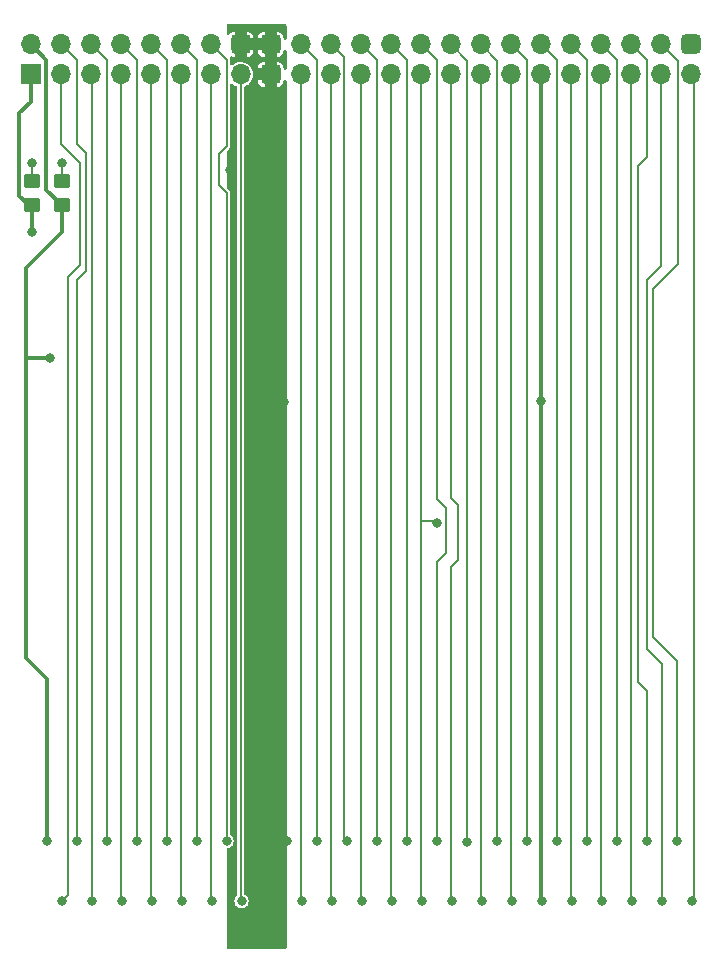
<source format=gbr>
%TF.GenerationSoftware,KiCad,Pcbnew,(6.0.9)*%
%TF.CreationDate,2022-12-02T14:08:30-06:00*%
%TF.ProjectId,Game Gear Breakout,47616d65-2047-4656-9172-20427265616b,rev?*%
%TF.SameCoordinates,Original*%
%TF.FileFunction,Copper,L2,Bot*%
%TF.FilePolarity,Positive*%
%FSLAX46Y46*%
G04 Gerber Fmt 4.6, Leading zero omitted, Abs format (unit mm)*
G04 Created by KiCad (PCBNEW (6.0.9)) date 2022-12-02 14:08:30*
%MOMM*%
%LPD*%
G01*
G04 APERTURE LIST*
G04 Aperture macros list*
%AMRoundRect*
0 Rectangle with rounded corners*
0 $1 Rounding radius*
0 $2 $3 $4 $5 $6 $7 $8 $9 X,Y pos of 4 corners*
0 Add a 4 corners polygon primitive as box body*
4,1,4,$2,$3,$4,$5,$6,$7,$8,$9,$2,$3,0*
0 Add four circle primitives for the rounded corners*
1,1,$1+$1,$2,$3*
1,1,$1+$1,$4,$5*
1,1,$1+$1,$6,$7*
1,1,$1+$1,$8,$9*
0 Add four rect primitives between the rounded corners*
20,1,$1+$1,$2,$3,$4,$5,0*
20,1,$1+$1,$4,$5,$6,$7,0*
20,1,$1+$1,$6,$7,$8,$9,0*
20,1,$1+$1,$8,$9,$2,$3,0*%
G04 Aperture macros list end*
%TA.AperFunction,ComponentPad*%
%ADD10R,1.700000X1.700000*%
%TD*%
%TA.AperFunction,ComponentPad*%
%ADD11O,1.700000X1.700000*%
%TD*%
%TA.AperFunction,ComponentPad*%
%ADD12RoundRect,0.425000X0.425000X-0.425000X0.425000X0.425000X-0.425000X0.425000X-0.425000X-0.425000X0*%
%TD*%
%TA.AperFunction,SMDPad,CuDef*%
%ADD13RoundRect,0.250000X0.450000X-0.350000X0.450000X0.350000X-0.450000X0.350000X-0.450000X-0.350000X0*%
%TD*%
%TA.AperFunction,ViaPad*%
%ADD14C,0.800000*%
%TD*%
%TA.AperFunction,Conductor*%
%ADD15C,0.304800*%
%TD*%
%TA.AperFunction,Conductor*%
%ADD16C,0.203200*%
%TD*%
G04 APERTURE END LIST*
D10*
%TO.P,J2,1,Pin_1*%
%TO.N,/+34V*%
X134742699Y-59451899D03*
D11*
%TO.P,J2,2,Pin_2*%
%TO.N,+5V*%
X134742699Y-56911899D03*
%TO.P,J2,3,Pin_3*%
%TO.N,/~{WR}*%
X137282699Y-59451899D03*
%TO.P,J2,4,Pin_4*%
%TO.N,/A12*%
X137282699Y-56911899D03*
%TO.P,J2,5,Pin_5*%
%TO.N,/A7*%
X139822699Y-59451899D03*
%TO.P,J2,6,Pin_6*%
%TO.N,/A6*%
X139822699Y-56911899D03*
%TO.P,J2,7,Pin_7*%
%TO.N,/A5*%
X142362699Y-59451899D03*
%TO.P,J2,8,Pin_8*%
%TO.N,/A4*%
X142362699Y-56911899D03*
%TO.P,J2,9,Pin_9*%
%TO.N,/A3*%
X144902699Y-59451899D03*
%TO.P,J2,10,Pin_10*%
%TO.N,/A2*%
X144902699Y-56911899D03*
%TO.P,J2,11,Pin_11*%
%TO.N,/A1*%
X147442699Y-59451899D03*
%TO.P,J2,12,Pin_12*%
%TO.N,/A0*%
X147442699Y-56911899D03*
%TO.P,J2,13,Pin_13*%
%TO.N,/D0*%
X149982699Y-59451899D03*
%TO.P,J2,14,Pin_14*%
%TO.N,/D1*%
X149982699Y-56911899D03*
%TO.P,J2,15,Pin_15*%
%TO.N,/D2*%
X152522699Y-59451899D03*
D12*
%TO.P,J2,16,Pin_16*%
%TO.N,GND*%
X152522699Y-56911899D03*
%TO.P,J2,17,Pin_17*%
X155062699Y-59451899D03*
%TO.P,J2,18,Pin_18*%
X155062699Y-56911899D03*
D11*
%TO.P,J2,19,Pin_19*%
%TO.N,/D3*%
X157602699Y-59451899D03*
%TO.P,J2,20,Pin_20*%
%TO.N,/D4*%
X157602699Y-56911899D03*
%TO.P,J2,21,Pin_21*%
%TO.N,/D5*%
X160142699Y-59451899D03*
%TO.P,J2,22,Pin_22*%
%TO.N,/D6*%
X160142699Y-56911899D03*
%TO.P,J2,23,Pin_23*%
%TO.N,/D7*%
X162682699Y-59451899D03*
%TO.P,J2,24,Pin_24*%
%TO.N,/~{CE}*%
X162682699Y-56911899D03*
%TO.P,J2,25,Pin_25*%
%TO.N,/A10*%
X165222699Y-59451899D03*
%TO.P,J2,26,Pin_26*%
%TO.N,/~{RD}*%
X165222699Y-56911899D03*
%TO.P,J2,27,Pin_27*%
%TO.N,/~{M0-7}*%
X167762699Y-59451899D03*
%TO.P,J2,28,Pin_28*%
%TO.N,/A15*%
X167762699Y-56911899D03*
%TO.P,J2,29,Pin_29*%
%TO.N,/A11*%
X170302699Y-59451899D03*
%TO.P,J2,30,Pin_30*%
%TO.N,/A9*%
X170302699Y-56911899D03*
%TO.P,J2,31,Pin_31*%
%TO.N,/A8*%
X172842699Y-59451899D03*
%TO.P,J2,32,Pin_32*%
%TO.N,/A13*%
X172842699Y-56911899D03*
%TO.P,J2,33,Pin_33*%
%TO.N,/A14*%
X175382699Y-59451899D03*
%TO.P,J2,34,Pin_34*%
%TO.N,/~{M8-B}*%
X175382699Y-56911899D03*
%TO.P,J2,35,Pin_35*%
%TO.N,+5V*%
X177922699Y-59451899D03*
%TO.P,J2,36,Pin_36*%
%TO.N,/~{M1}*%
X177922699Y-56911899D03*
%TO.P,J2,37,Pin_37*%
%TO.N,/~{IOReg}*%
X180462699Y-59451899D03*
%TO.P,J2,38,Pin_38*%
%TO.N,/~{Refresh}*%
X180462699Y-56911899D03*
%TO.P,J2,39,Pin_39*%
%TO.N,/~{RESET}*%
X183002699Y-59451899D03*
%TO.P,J2,40,Pin_40*%
%TO.N,/Clock*%
X183002699Y-56911899D03*
%TO.P,J2,41,Pin_41*%
%TO.N,/Pin 41*%
X185542699Y-59451899D03*
%TO.P,J2,42,Pin_42*%
%TO.N,/~{GG}*%
X185542699Y-56911899D03*
%TO.P,J2,43,Pin_43*%
%TO.N,/~{TV}*%
X188082699Y-59451899D03*
%TO.P,J2,44,Pin_44*%
%TO.N,/TV_R*%
X188082699Y-56911899D03*
%TO.P,J2,45,Pin_45*%
%TO.N,/TV_L*%
X190622699Y-59451899D03*
D12*
%TO.P,J2,46,Pin_46*%
%TO.N,GND*%
X190622699Y-56911899D03*
%TD*%
D13*
%TO.P,R2,1*%
%TO.N,/+34V*%
X134823699Y-70517399D03*
%TO.P,R2,2*%
%TO.N,Net-(D2-Pad2)*%
X134823699Y-68517399D03*
%TD*%
%TO.P,R1,1*%
%TO.N,+5V*%
X137363699Y-70517399D03*
%TO.P,R1,2*%
%TO.N,Net-(D1-Pad2)*%
X137363699Y-68517399D03*
%TD*%
D14*
%TO.N,+5V*%
X136093699Y-124358899D03*
X136347699Y-83464899D03*
X177922699Y-87101899D03*
X178003699Y-129438899D03*
%TO.N,GND*%
X156413699Y-124358899D03*
X156159699Y-87147899D03*
X151663400Y-67513200D03*
X155143699Y-129438899D03*
X153619699Y-71018899D03*
X153873699Y-124358899D03*
X154889699Y-87147899D03*
X154635699Y-71018899D03*
X155651699Y-71018899D03*
X153619699Y-87147899D03*
%TO.N,Net-(D1-Pad2)*%
X137363699Y-66954899D03*
%TO.N,Net-(D2-Pad2)*%
X134823699Y-66954899D03*
%TO.N,/+34V*%
X134823699Y-72796899D03*
%TO.N,/~{WR}*%
X137363699Y-129438899D03*
%TO.N,/A12*%
X138633699Y-124358899D03*
%TO.N,/A7*%
X139903699Y-129438899D03*
%TO.N,/A6*%
X141173699Y-124358899D03*
%TO.N,/A5*%
X142443699Y-129438899D03*
%TO.N,/A4*%
X143713699Y-124358899D03*
%TO.N,/A3*%
X144983699Y-129438899D03*
%TO.N,/A2*%
X146253699Y-124358899D03*
%TO.N,/A1*%
X147523699Y-129438899D03*
%TO.N,/A0*%
X148793699Y-124358899D03*
%TO.N,/D0*%
X150063699Y-129438899D03*
%TO.N,/D1*%
X151333699Y-124358899D03*
%TO.N,/D2*%
X152603699Y-129438899D03*
%TO.N,/D3*%
X157683699Y-129438899D03*
%TO.N,/D4*%
X158953699Y-124358899D03*
%TO.N,/D5*%
X160223699Y-129438899D03*
%TO.N,/D6*%
X161493699Y-124358899D03*
%TO.N,/D7*%
X162763699Y-129438899D03*
%TO.N,/~{CE}*%
X164033699Y-124358899D03*
%TO.N,/A10*%
X165303699Y-129438899D03*
%TO.N,/~{RD}*%
X166573699Y-124358899D03*
%TO.N,/~{M0-7}*%
X169113699Y-97434899D03*
X167843699Y-129438899D03*
%TO.N,/A15*%
X169113699Y-124358899D03*
%TO.N,/A11*%
X170383699Y-129438899D03*
%TO.N,/A9*%
X171694601Y-124411972D03*
%TO.N,/A8*%
X172923699Y-129438899D03*
%TO.N,/A13*%
X174237553Y-124386714D03*
%TO.N,/A14*%
X175463699Y-129438899D03*
%TO.N,/~{M8-B}*%
X176733699Y-124358899D03*
%TO.N,/~{M1}*%
X179273699Y-124358899D03*
%TO.N,/~{IOReg}*%
X180543699Y-129438899D03*
%TO.N,/~{Refresh}*%
X181813699Y-124358899D03*
%TO.N,/~{RESET}*%
X183083699Y-129438899D03*
%TO.N,/Clock*%
X184353699Y-124358899D03*
%TO.N,/~{GG}*%
X186893699Y-124358899D03*
%TO.N,/~{TV}*%
X188163699Y-129438899D03*
%TO.N,/TV_R*%
X189433699Y-124358899D03*
%TO.N,/TV_L*%
X190703699Y-129438899D03*
%TO.N,/Pin 41*%
X185623699Y-129438899D03*
%TD*%
D15*
%TO.N,+5V*%
X134742699Y-56911899D02*
X136077099Y-58246299D01*
X136077099Y-69230799D02*
X137363699Y-70517399D01*
X134315699Y-108864899D02*
X134315699Y-83464899D01*
X134315699Y-83464899D02*
X134315699Y-75844899D01*
X136093699Y-124358899D02*
X136093699Y-110642899D01*
X137363699Y-72796899D02*
X134315699Y-75844899D01*
X177922699Y-87101899D02*
X177922699Y-59451899D01*
X136347699Y-83464899D02*
X134315699Y-83464899D01*
X178003699Y-129438899D02*
X177922699Y-129357899D01*
X136077099Y-58246299D02*
X136077099Y-69230799D01*
X177922699Y-129357899D02*
X177922699Y-87101899D01*
X137363699Y-70517399D02*
X137363699Y-72796899D01*
X136093699Y-110642899D02*
X134315699Y-108864899D01*
D16*
%TO.N,Net-(D1-Pad2)*%
X137363699Y-68517399D02*
X137363699Y-66954899D01*
%TO.N,Net-(D2-Pad2)*%
X134823699Y-66954899D02*
X134823699Y-68517399D01*
D15*
%TO.N,/+34V*%
X133756400Y-62738000D02*
X133756400Y-65494800D01*
X134742699Y-59451899D02*
X134742699Y-61751701D01*
X134823699Y-72796899D02*
X134823699Y-70517399D01*
X134742699Y-61751701D02*
X133756400Y-62738000D01*
X133768099Y-69709299D02*
X133768099Y-65506499D01*
X134576199Y-70517399D02*
X133768099Y-69709299D01*
X133756400Y-65494800D02*
X133768099Y-65506499D01*
D16*
%TO.N,/~{WR}*%
X138887699Y-66954899D02*
X137282699Y-65349899D01*
X137363699Y-129438899D02*
X137915066Y-128887532D01*
X137282699Y-65349899D02*
X137282699Y-59451899D01*
X137915066Y-128887532D02*
X137915066Y-76563532D01*
X138887699Y-75590899D02*
X138887699Y-66954899D01*
X137915066Y-76563532D02*
X138887699Y-75590899D01*
%TO.N,/A12*%
X138633699Y-76860899D02*
X138633699Y-124358899D01*
X138633699Y-65380711D02*
X139395699Y-66142711D01*
X139395699Y-76098899D02*
X138633699Y-76860899D01*
X137282699Y-56911899D02*
X138633699Y-58262899D01*
X139395699Y-66142711D02*
X139395699Y-76098899D01*
X138633699Y-58262899D02*
X138633699Y-65380711D01*
%TO.N,/A7*%
X139903699Y-129438899D02*
X139903699Y-59532899D01*
%TO.N,/A6*%
X141173699Y-124358899D02*
X141173699Y-58262899D01*
X139822699Y-56911899D02*
X141173699Y-58262899D01*
%TO.N,/A5*%
X142362699Y-129357899D02*
X142443699Y-129438899D01*
X142362699Y-59451899D02*
X142362699Y-129357899D01*
%TO.N,/A4*%
X143713699Y-124358899D02*
X143713699Y-58262899D01*
X143713699Y-58262899D02*
X142362699Y-56911899D01*
%TO.N,/A3*%
X144983699Y-129438899D02*
X144902699Y-129357899D01*
X144902699Y-129357899D02*
X144902699Y-59451899D01*
%TO.N,/A2*%
X146253699Y-58262899D02*
X144902699Y-56911899D01*
X146253699Y-124358899D02*
X146253699Y-58262899D01*
%TO.N,/A1*%
X147523699Y-129438899D02*
X147442699Y-129357899D01*
X147442699Y-129357899D02*
X147442699Y-59451899D01*
%TO.N,/A0*%
X148793699Y-124358899D02*
X148793699Y-58262899D01*
X148793699Y-58262899D02*
X147442699Y-56911899D01*
%TO.N,/D0*%
X150063699Y-129438899D02*
X149982699Y-129357899D01*
X149982699Y-129357899D02*
X149982699Y-59451899D01*
%TO.N,/D1*%
X151333699Y-124358899D02*
X151333699Y-69469499D01*
X151333699Y-69469499D02*
X150672800Y-68808600D01*
X151333699Y-65506101D02*
X151333699Y-58262899D01*
X150672800Y-68808600D02*
X150672800Y-66167000D01*
X150672800Y-66167000D02*
X151333699Y-65506101D01*
X151333699Y-58262899D02*
X149982699Y-56911899D01*
%TO.N,/D2*%
X152522699Y-129357899D02*
X152522699Y-59451899D01*
X152603699Y-129438899D02*
X152522699Y-129357899D01*
%TO.N,/D3*%
X157683699Y-129438899D02*
X157602699Y-129357899D01*
X157602699Y-129357899D02*
X157602699Y-59451899D01*
%TO.N,/D4*%
X158953699Y-124358899D02*
X158953699Y-58262899D01*
X158953699Y-58262899D02*
X157602699Y-56911899D01*
%TO.N,/D5*%
X160223699Y-129438899D02*
X160142699Y-129357899D01*
X160142699Y-129357899D02*
X160142699Y-59451899D01*
%TO.N,/D6*%
X161246699Y-124111899D02*
X161246699Y-58015899D01*
X161493699Y-124358899D02*
X161246699Y-124111899D01*
X161246699Y-58015899D02*
X160142699Y-56911899D01*
%TO.N,/D7*%
X162763699Y-129438899D02*
X162682699Y-129357899D01*
X162682699Y-129357899D02*
X162682699Y-59451899D01*
%TO.N,/~{CE}*%
X164033699Y-58262899D02*
X162682699Y-56911899D01*
X164033699Y-124358899D02*
X164033699Y-58262899D01*
%TO.N,/A10*%
X165303699Y-129438899D02*
X165222699Y-129357899D01*
X165222699Y-129357899D02*
X165222699Y-59451899D01*
%TO.N,/~{RD}*%
X166573699Y-124358899D02*
X166573699Y-58262899D01*
X166573699Y-58262899D02*
X165222699Y-56911899D01*
%TO.N,/~{M0-7}*%
X168940699Y-97261899D02*
X167762699Y-97261899D01*
X167762699Y-97261899D02*
X167762699Y-59451899D01*
X167762699Y-129357899D02*
X167762699Y-97515899D01*
X169113699Y-97434899D02*
X168940699Y-97261899D01*
X167762699Y-97515899D02*
X167762699Y-97261899D01*
X167843699Y-129438899D02*
X167762699Y-129357899D01*
%TO.N,/A15*%
X169113699Y-124358899D02*
X169113699Y-100736899D01*
X169113699Y-95402899D02*
X169113699Y-58262899D01*
X169113699Y-58262899D02*
X167762699Y-56911899D01*
X169875699Y-96164899D02*
X169113699Y-95402899D01*
X169875699Y-99974899D02*
X169875699Y-96164899D01*
X169113699Y-100736899D02*
X169875699Y-99974899D01*
%TO.N,/A11*%
X170302699Y-129357899D02*
X170302699Y-101163899D01*
X170302699Y-101163899D02*
X170891699Y-100574899D01*
X170891699Y-95910899D02*
X170302699Y-95321899D01*
X170891699Y-100574899D02*
X170891699Y-95910899D01*
X170302699Y-95321899D02*
X170302699Y-59451899D01*
X170383699Y-129438899D02*
X170302699Y-129357899D01*
%TO.N,/A9*%
X171694601Y-58303801D02*
X170302699Y-56911899D01*
X171694601Y-124411972D02*
X171694601Y-58303801D01*
%TO.N,/A8*%
X172923699Y-129438899D02*
X172842699Y-129357899D01*
X172842699Y-129357899D02*
X172842699Y-59451899D01*
%TO.N,/A13*%
X174237553Y-58306753D02*
X172842699Y-56911899D01*
X174237553Y-124386714D02*
X174237553Y-58306753D01*
%TO.N,/A14*%
X175382699Y-129357899D02*
X175382699Y-59451899D01*
X175463699Y-129438899D02*
X175382699Y-129357899D01*
%TO.N,/~{M8-B}*%
X176733699Y-58262899D02*
X175382699Y-56911899D01*
X176733699Y-124358899D02*
X176733699Y-58262899D01*
%TO.N,/~{M1}*%
X179273699Y-58262899D02*
X177922699Y-56911899D01*
X179273699Y-124358899D02*
X179273699Y-58262899D01*
%TO.N,/~{IOReg}*%
X180543699Y-129438899D02*
X180462699Y-129357899D01*
X180462699Y-129357899D02*
X180462699Y-59451899D01*
%TO.N,/~{Refresh}*%
X181813699Y-58262899D02*
X180462699Y-56911899D01*
X181813699Y-124358899D02*
X181813699Y-58262899D01*
%TO.N,/~{RESET}*%
X183083699Y-129438899D02*
X183002699Y-129357899D01*
X183002699Y-129357899D02*
X183002699Y-59451899D01*
%TO.N,/Clock*%
X184353699Y-58262899D02*
X183002699Y-56911899D01*
X184353699Y-124358899D02*
X184353699Y-58262899D01*
%TO.N,/~{GG}*%
X186893699Y-66446899D02*
X186893699Y-58262899D01*
X186131699Y-110896899D02*
X186131699Y-67208899D01*
X186131699Y-67208899D02*
X186893699Y-66446899D01*
X186893699Y-111658899D02*
X186131699Y-110896899D01*
X186893699Y-58262899D02*
X185542699Y-56911899D01*
X186893699Y-124358899D02*
X186893699Y-111658899D01*
%TO.N,/~{TV}*%
X186893699Y-108102899D02*
X186893699Y-76860899D01*
X188082699Y-75671899D02*
X188082699Y-59451899D01*
X186893699Y-76860899D02*
X188082699Y-75671899D01*
X188163699Y-129438899D02*
X188163699Y-109372899D01*
X188163699Y-109372899D02*
X186893699Y-108102899D01*
%TO.N,/TV_R*%
X189433699Y-124358899D02*
X189433699Y-109118899D01*
X187401699Y-77622899D02*
X189518699Y-75505899D01*
X189518699Y-75505899D02*
X189518699Y-58347899D01*
X189433699Y-109118899D02*
X187401699Y-107086899D01*
X189518699Y-58347899D02*
X188082699Y-56911899D01*
X187401699Y-107086899D02*
X187401699Y-77622899D01*
%TO.N,/TV_L*%
X190939300Y-129203298D02*
X190939300Y-59768500D01*
X190703699Y-129438899D02*
X190939300Y-129203298D01*
%TO.N,/Pin 41*%
X185623699Y-129438899D02*
X185542699Y-129357899D01*
X185542699Y-129357899D02*
X185542699Y-59451899D01*
%TD*%
%TA.AperFunction,Conductor*%
%TO.N,GND*%
G36*
X156355820Y-55222051D02*
G01*
X156402313Y-55275707D01*
X156413699Y-55328049D01*
X156413699Y-56372430D01*
X156393697Y-56440551D01*
X156340041Y-56487044D01*
X156269767Y-56497148D01*
X156205187Y-56467654D01*
X156166803Y-56407928D01*
X156162227Y-56383957D01*
X156160844Y-56368904D01*
X156158235Y-56355876D01*
X156113359Y-56212679D01*
X156107151Y-56198929D01*
X156029889Y-56071355D01*
X156020576Y-56059478D01*
X155915120Y-55954022D01*
X155903243Y-55944709D01*
X155775669Y-55867447D01*
X155761919Y-55861239D01*
X155618728Y-55816365D01*
X155605685Y-55813753D01*
X155588738Y-55812196D01*
X155573864Y-55815117D01*
X155570699Y-55827013D01*
X155570699Y-57995144D01*
X155574970Y-58009689D01*
X155587103Y-58011752D01*
X155605694Y-58010044D01*
X155618722Y-58007435D01*
X155761919Y-57962559D01*
X155775669Y-57956351D01*
X155903243Y-57879089D01*
X155915120Y-57869776D01*
X156020576Y-57764320D01*
X156029889Y-57752443D01*
X156107151Y-57624869D01*
X156113359Y-57611119D01*
X156158233Y-57467929D01*
X156160845Y-57454884D01*
X156162228Y-57439834D01*
X156188379Y-57373829D01*
X156246063Y-57332441D01*
X156316967Y-57328809D01*
X156378578Y-57364088D01*
X156411336Y-57427076D01*
X156413699Y-57451363D01*
X156413699Y-58912430D01*
X156393697Y-58980551D01*
X156340041Y-59027044D01*
X156269767Y-59037148D01*
X156205187Y-59007654D01*
X156166803Y-58947928D01*
X156162227Y-58923957D01*
X156160844Y-58908904D01*
X156158235Y-58895876D01*
X156113359Y-58752679D01*
X156107151Y-58738929D01*
X156029889Y-58611355D01*
X156020576Y-58599478D01*
X155915120Y-58494022D01*
X155903243Y-58484709D01*
X155775669Y-58407447D01*
X155761919Y-58401239D01*
X155618728Y-58356365D01*
X155605685Y-58353753D01*
X155588738Y-58352196D01*
X155573864Y-58355117D01*
X155570699Y-58367013D01*
X155570699Y-60535144D01*
X155574970Y-60549689D01*
X155587103Y-60551752D01*
X155605694Y-60550044D01*
X155618722Y-60547435D01*
X155761919Y-60502559D01*
X155775669Y-60496351D01*
X155903243Y-60419089D01*
X155915120Y-60409776D01*
X156020576Y-60304320D01*
X156029889Y-60292443D01*
X156107151Y-60164869D01*
X156113359Y-60151119D01*
X156158233Y-60007929D01*
X156160845Y-59994884D01*
X156162228Y-59979834D01*
X156188379Y-59913829D01*
X156246063Y-59872441D01*
X156316967Y-59868809D01*
X156378578Y-59904088D01*
X156411336Y-59967076D01*
X156413699Y-59991363D01*
X156413699Y-133343151D01*
X156393697Y-133411272D01*
X156340041Y-133457765D01*
X156287699Y-133469151D01*
X151459699Y-133469151D01*
X151391578Y-133449149D01*
X151345085Y-133395493D01*
X151333699Y-133343151D01*
X151333699Y-125078307D01*
X151353701Y-125010186D01*
X151407357Y-124963693D01*
X151443253Y-124953385D01*
X151483108Y-124948138D01*
X151491296Y-124947060D01*
X151498923Y-124943901D01*
X151498926Y-124943900D01*
X151564725Y-124916645D01*
X151638154Y-124886230D01*
X151764263Y-124789463D01*
X151861030Y-124663353D01*
X151921860Y-124516496D01*
X151942608Y-124358899D01*
X151921860Y-124201302D01*
X151861030Y-124054445D01*
X151764263Y-123928335D01*
X151688293Y-123870041D01*
X151646427Y-123812704D01*
X151638999Y-123770080D01*
X151638999Y-69522780D01*
X151639206Y-69519961D01*
X151640954Y-69514870D01*
X151639088Y-69465157D01*
X151638999Y-69460431D01*
X151638999Y-69441106D01*
X151638108Y-69436320D01*
X151637866Y-69432591D01*
X151637124Y-69412841D01*
X151636688Y-69401217D01*
X151632096Y-69390528D01*
X151631177Y-69386451D01*
X151627098Y-69373024D01*
X151625593Y-69369125D01*
X151623463Y-69357688D01*
X151610246Y-69336246D01*
X151601738Y-69319867D01*
X151595306Y-69304895D01*
X151595303Y-69304891D01*
X151591793Y-69296720D01*
X151587714Y-69291755D01*
X151585388Y-69289429D01*
X151585297Y-69289314D01*
X151583476Y-69287306D01*
X151583612Y-69287183D01*
X151575759Y-69277249D01*
X151569889Y-69270776D01*
X151563784Y-69260871D01*
X151541541Y-69243957D01*
X151528722Y-69232763D01*
X151370604Y-69074645D01*
X151336578Y-69012333D01*
X151333699Y-68985550D01*
X151333699Y-65990050D01*
X151353701Y-65921929D01*
X151370604Y-65900955D01*
X151511895Y-65759664D01*
X151514042Y-65757810D01*
X151518879Y-65755446D01*
X151552734Y-65718950D01*
X151556014Y-65715545D01*
X151569655Y-65701904D01*
X151572410Y-65697888D01*
X151574865Y-65695092D01*
X151588314Y-65680594D01*
X151596227Y-65672064D01*
X151600538Y-65661258D01*
X151602773Y-65657723D01*
X151609380Y-65645350D01*
X151611075Y-65641525D01*
X151617655Y-65631933D01*
X151623471Y-65607426D01*
X151629036Y-65589830D01*
X151635077Y-65574688D01*
X151635078Y-65574685D01*
X151638372Y-65566428D01*
X151638999Y-65560033D01*
X151638999Y-65556739D01*
X151639017Y-65556588D01*
X151639149Y-65553881D01*
X151639332Y-65553890D01*
X151640802Y-65541335D01*
X151641229Y-65532594D01*
X151643916Y-65521274D01*
X151640150Y-65493601D01*
X151638999Y-65476611D01*
X151638999Y-60356206D01*
X151659001Y-60288085D01*
X151712657Y-60241592D01*
X151782931Y-60231488D01*
X151846662Y-60260252D01*
X151884487Y-60292443D01*
X151918429Y-60321330D01*
X152098810Y-60422142D01*
X152104670Y-60424046D01*
X152130335Y-60432385D01*
X152188941Y-60472458D01*
X152216578Y-60537855D01*
X152217399Y-60552218D01*
X152217399Y-128913405D01*
X152197397Y-128981526D01*
X152180492Y-129002503D01*
X152179689Y-129003306D01*
X152173135Y-129008335D01*
X152076368Y-129134445D01*
X152015538Y-129281302D01*
X151994790Y-129438899D01*
X152015538Y-129596496D01*
X152076368Y-129743353D01*
X152173135Y-129869463D01*
X152299244Y-129966230D01*
X152372673Y-129996645D01*
X152438472Y-130023900D01*
X152438475Y-130023901D01*
X152446102Y-130027060D01*
X152603699Y-130047808D01*
X152611887Y-130046730D01*
X152753108Y-130028138D01*
X152761296Y-130027060D01*
X152768923Y-130023901D01*
X152768926Y-130023900D01*
X152834725Y-129996645D01*
X152908154Y-129966230D01*
X153034263Y-129869463D01*
X153131030Y-129743353D01*
X153191860Y-129596496D01*
X153212608Y-129438899D01*
X153191860Y-129281302D01*
X153131030Y-129134445D01*
X153034263Y-129008335D01*
X152908154Y-128911568D01*
X152900523Y-128908407D01*
X152893370Y-128904277D01*
X152894825Y-128901757D01*
X152850498Y-128866034D01*
X152827999Y-128794176D01*
X152827999Y-60554765D01*
X152848001Y-60486644D01*
X152901657Y-60440151D01*
X152901741Y-60440115D01*
X152905586Y-60439042D01*
X153090031Y-60345872D01*
X153117598Y-60324335D01*
X153248006Y-60222449D01*
X153248007Y-60222448D01*
X153252867Y-60218651D01*
X153387890Y-60062224D01*
X153436700Y-59976303D01*
X153962846Y-59976303D01*
X153964554Y-59994894D01*
X153967163Y-60007922D01*
X154012039Y-60151119D01*
X154018247Y-60164869D01*
X154095509Y-60292443D01*
X154104822Y-60304320D01*
X154210278Y-60409776D01*
X154222155Y-60419089D01*
X154349729Y-60496351D01*
X154363479Y-60502559D01*
X154506670Y-60547433D01*
X154519713Y-60550045D01*
X154536660Y-60551602D01*
X154551534Y-60548681D01*
X154554699Y-60536785D01*
X154554699Y-59978014D01*
X154550224Y-59962775D01*
X154548834Y-59961570D01*
X154541151Y-59959899D01*
X153979454Y-59959899D01*
X153964909Y-59964170D01*
X153962846Y-59976303D01*
X153436700Y-59976303D01*
X153489959Y-59882551D01*
X153555185Y-59686474D01*
X153581084Y-59481462D01*
X153581497Y-59451899D01*
X153561332Y-59246244D01*
X153501606Y-59048422D01*
X153436439Y-58925860D01*
X153962996Y-58925860D01*
X153965917Y-58940734D01*
X153977813Y-58943899D01*
X154536584Y-58943899D01*
X154551823Y-58939424D01*
X154553028Y-58938034D01*
X154554699Y-58930351D01*
X154554699Y-58368654D01*
X154550428Y-58354109D01*
X154538295Y-58352046D01*
X154519704Y-58353754D01*
X154506676Y-58356363D01*
X154363479Y-58401239D01*
X154349729Y-58407447D01*
X154222155Y-58484709D01*
X154210278Y-58494022D01*
X154104822Y-58599478D01*
X154095509Y-58611355D01*
X154018247Y-58738929D01*
X154012039Y-58752679D01*
X153967165Y-58895870D01*
X153964553Y-58908913D01*
X153962996Y-58925860D01*
X153436439Y-58925860D01*
X153404594Y-58865969D01*
X153400704Y-58861199D01*
X153400701Y-58861195D01*
X153277886Y-58710609D01*
X153277883Y-58710606D01*
X153273991Y-58705834D01*
X153261399Y-58695417D01*
X153119521Y-58578045D01*
X153119518Y-58578043D01*
X153114771Y-58574116D01*
X152933000Y-58475832D01*
X152834300Y-58445279D01*
X152741487Y-58416549D01*
X152741484Y-58416548D01*
X152735600Y-58414727D01*
X152729475Y-58414083D01*
X152729474Y-58414083D01*
X152536219Y-58393771D01*
X152536218Y-58393771D01*
X152530091Y-58393127D01*
X152403281Y-58404667D01*
X152330441Y-58411296D01*
X152330440Y-58411296D01*
X152324300Y-58411855D01*
X152126066Y-58470199D01*
X151942940Y-58565935D01*
X151938140Y-58569795D01*
X151938139Y-58569795D01*
X151843951Y-58645524D01*
X151778328Y-58672620D01*
X151708474Y-58659937D01*
X151656566Y-58611500D01*
X151638999Y-58547327D01*
X151638999Y-58316189D01*
X151639206Y-58313364D01*
X151640955Y-58308271D01*
X151639088Y-58258542D01*
X151638999Y-58253816D01*
X151638999Y-58234506D01*
X151638107Y-58229718D01*
X151637866Y-58226001D01*
X151637124Y-58206241D01*
X151636688Y-58194618D01*
X151632096Y-58183929D01*
X151631177Y-58179852D01*
X151627096Y-58166419D01*
X151625593Y-58162524D01*
X151623463Y-58151088D01*
X151610239Y-58129634D01*
X151601742Y-58113278D01*
X151592603Y-58092007D01*
X151584090Y-58021528D01*
X151615034Y-57957630D01*
X151675612Y-57920605D01*
X151746591Y-57922208D01*
X151773641Y-57934495D01*
X151809732Y-57956352D01*
X151823479Y-57962559D01*
X151966670Y-58007433D01*
X151979713Y-58010045D01*
X151996660Y-58011602D01*
X152011534Y-58008681D01*
X152014699Y-57996785D01*
X152014699Y-57995144D01*
X153030699Y-57995144D01*
X153034970Y-58009689D01*
X153047103Y-58011752D01*
X153065694Y-58010044D01*
X153078722Y-58007435D01*
X153221919Y-57962559D01*
X153235669Y-57956351D01*
X153363243Y-57879089D01*
X153375120Y-57869776D01*
X153480576Y-57764320D01*
X153489889Y-57752443D01*
X153567151Y-57624869D01*
X153573359Y-57611119D01*
X153618233Y-57467928D01*
X153620845Y-57454885D01*
X153622402Y-57437938D01*
X153622081Y-57436303D01*
X153962846Y-57436303D01*
X153964554Y-57454894D01*
X153967163Y-57467922D01*
X154012039Y-57611119D01*
X154018247Y-57624869D01*
X154095509Y-57752443D01*
X154104822Y-57764320D01*
X154210278Y-57869776D01*
X154222155Y-57879089D01*
X154349729Y-57956351D01*
X154363479Y-57962559D01*
X154506670Y-58007433D01*
X154519713Y-58010045D01*
X154536660Y-58011602D01*
X154551534Y-58008681D01*
X154554699Y-57996785D01*
X154554699Y-57438014D01*
X154550224Y-57422775D01*
X154548834Y-57421570D01*
X154541151Y-57419899D01*
X153979454Y-57419899D01*
X153964909Y-57424170D01*
X153962846Y-57436303D01*
X153622081Y-57436303D01*
X153619481Y-57423064D01*
X153607585Y-57419899D01*
X153048814Y-57419899D01*
X153033575Y-57424374D01*
X153032370Y-57425764D01*
X153030699Y-57433447D01*
X153030699Y-57995144D01*
X152014699Y-57995144D01*
X152014699Y-56385784D01*
X153030699Y-56385784D01*
X153035174Y-56401023D01*
X153036564Y-56402228D01*
X153044247Y-56403899D01*
X153605944Y-56403899D01*
X153620489Y-56399628D01*
X153622552Y-56387495D01*
X153622402Y-56385860D01*
X153962996Y-56385860D01*
X153965917Y-56400734D01*
X153977813Y-56403899D01*
X154536584Y-56403899D01*
X154551823Y-56399424D01*
X154553028Y-56398034D01*
X154554699Y-56390351D01*
X154554699Y-55828654D01*
X154550428Y-55814109D01*
X154538295Y-55812046D01*
X154519704Y-55813754D01*
X154506676Y-55816363D01*
X154363479Y-55861239D01*
X154349729Y-55867447D01*
X154222155Y-55944709D01*
X154210278Y-55954022D01*
X154104822Y-56059478D01*
X154095509Y-56071355D01*
X154018247Y-56198929D01*
X154012039Y-56212679D01*
X153967165Y-56355870D01*
X153964553Y-56368913D01*
X153962996Y-56385860D01*
X153622402Y-56385860D01*
X153620844Y-56368904D01*
X153618235Y-56355876D01*
X153573359Y-56212679D01*
X153567151Y-56198929D01*
X153489889Y-56071355D01*
X153480576Y-56059478D01*
X153375120Y-55954022D01*
X153363243Y-55944709D01*
X153235669Y-55867447D01*
X153221919Y-55861239D01*
X153078728Y-55816365D01*
X153065685Y-55813753D01*
X153048738Y-55812196D01*
X153033864Y-55815117D01*
X153030699Y-55827013D01*
X153030699Y-56385784D01*
X152014699Y-56385784D01*
X152014699Y-55828654D01*
X152010428Y-55814109D01*
X151998295Y-55812046D01*
X151979704Y-55813754D01*
X151966676Y-55816363D01*
X151823479Y-55861239D01*
X151809729Y-55867447D01*
X151682155Y-55944709D01*
X151670278Y-55954022D01*
X151564824Y-56059476D01*
X151558853Y-56067091D01*
X151501080Y-56108355D01*
X151430168Y-56111835D01*
X151368633Y-56076424D01*
X151336010Y-56013366D01*
X151333699Y-55989344D01*
X151333699Y-55328049D01*
X151353701Y-55259928D01*
X151407357Y-55213435D01*
X151459699Y-55202049D01*
X156287699Y-55202049D01*
X156355820Y-55222051D01*
G37*
%TD.AperFunction*%
%TD*%
M02*

</source>
